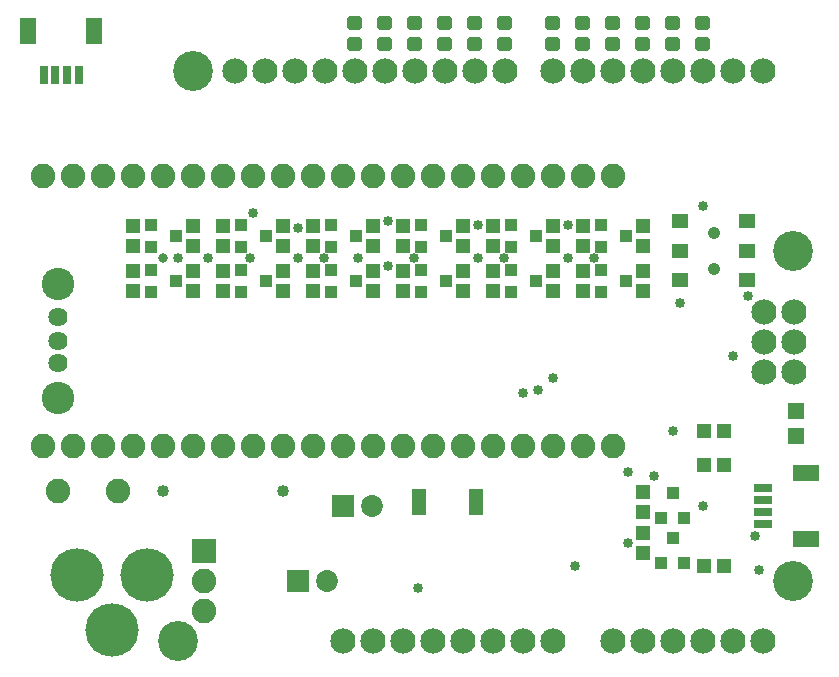
<source format=gts>
G04 EAGLE Gerber RS-274X export*
G75*
%MOMM*%
%FSLAX34Y34*%
%LPD*%
%INSoldermask Top*%
%IPPOS*%
%AMOC8*
5,1,8,0,0,1.08239X$1,22.5*%
G01*
%ADD10R,2.203200X1.403200*%
%ADD11R,1.553200X0.803200*%
%ADD12C,3.378200*%
%ADD13C,2.133600*%
%ADD14C,2.082800*%
%ADD15R,2.082800X2.082800*%
%ADD16C,4.521200*%
%ADD17C,1.854200*%
%ADD18R,1.854200X1.854200*%
%ADD19R,1.403200X1.403200*%
%ADD20C,1.016000*%
%ADD21R,1.203200X2.203200*%
%ADD22R,1.303200X1.203200*%
%ADD23C,0.505344*%
%ADD24C,1.625600*%
%ADD25C,2.743200*%
%ADD26R,1.403200X2.203200*%
%ADD27R,0.803200X1.553200*%
%ADD28R,1.203200X1.303200*%
%ADD29R,1.103200X1.003200*%
%ADD30R,1.003200X1.103200*%
%ADD31R,1.353200X1.203200*%
%ADD32C,1.053200*%
%ADD33C,0.853200*%
%ADD34C,0.803200*%


D10*
X671750Y111700D03*
X671750Y167700D03*
D11*
X635000Y124700D03*
X635000Y134700D03*
X635000Y144700D03*
X635000Y154700D03*
D12*
X152400Y508000D03*
X660400Y355600D03*
X660400Y76200D03*
X139700Y25400D03*
D13*
X279400Y25400D03*
X304800Y25400D03*
X330200Y25400D03*
X355600Y25400D03*
X381000Y25400D03*
X406400Y25400D03*
X431800Y25400D03*
X457200Y25400D03*
X508000Y25400D03*
X533400Y25400D03*
X558800Y25400D03*
X584200Y25400D03*
X609600Y25400D03*
X635000Y25400D03*
X635000Y508000D03*
X609600Y508000D03*
X584200Y508000D03*
X558800Y508000D03*
X533400Y508000D03*
X508000Y508000D03*
X482600Y508000D03*
X457200Y508000D03*
X416560Y508000D03*
X391160Y508000D03*
X365760Y508000D03*
X340360Y508000D03*
X314960Y508000D03*
X289560Y508000D03*
X264160Y508000D03*
X238760Y508000D03*
X213360Y508000D03*
X187960Y508000D03*
X636400Y304300D03*
X661800Y304300D03*
X636400Y278900D03*
X661800Y278900D03*
X636400Y253500D03*
X661800Y253500D03*
D14*
X25400Y419100D03*
X50800Y419100D03*
X76200Y419100D03*
X101600Y419100D03*
X127000Y419100D03*
X152400Y419100D03*
X177800Y419100D03*
X203200Y419100D03*
X228600Y419100D03*
X254000Y419100D03*
X279400Y419100D03*
X304800Y419100D03*
X330200Y419100D03*
X355600Y419100D03*
X381000Y419100D03*
X406400Y419100D03*
X431800Y419100D03*
X457200Y419100D03*
X482600Y419100D03*
X508000Y419100D03*
X25400Y190500D03*
X50800Y190500D03*
X76200Y190500D03*
X101600Y190500D03*
X127000Y190500D03*
X152400Y190500D03*
X177800Y190500D03*
X203200Y190500D03*
X228600Y190500D03*
X254000Y190500D03*
X279400Y190500D03*
X304800Y190500D03*
X330200Y190500D03*
X355600Y190500D03*
X381000Y190500D03*
X406400Y190500D03*
X431800Y190500D03*
X457200Y190500D03*
X482600Y190500D03*
X508000Y190500D03*
D15*
X161925Y101600D03*
D14*
X161925Y76200D03*
X161925Y50800D03*
D16*
X114140Y81280D03*
X54140Y81280D03*
X84140Y34280D03*
D17*
X304600Y139700D03*
D18*
X279600Y139700D03*
D14*
X38100Y152400D03*
X88900Y152400D03*
D19*
X663575Y199050D03*
X663575Y220050D03*
D20*
X127000Y152400D03*
X228600Y152400D03*
D21*
X344300Y142875D03*
X392300Y142875D03*
D22*
X585225Y203200D03*
X602225Y203200D03*
D23*
X587690Y534470D02*
X580710Y534470D01*
X587690Y534470D02*
X587690Y527490D01*
X580710Y527490D01*
X580710Y534470D01*
X580710Y532290D02*
X587690Y532290D01*
X587690Y552010D02*
X580710Y552010D01*
X587690Y552010D02*
X587690Y545030D01*
X580710Y545030D01*
X580710Y552010D01*
X580710Y549830D02*
X587690Y549830D01*
X562290Y534470D02*
X555310Y534470D01*
X562290Y534470D02*
X562290Y527490D01*
X555310Y527490D01*
X555310Y534470D01*
X555310Y532290D02*
X562290Y532290D01*
X562290Y552010D02*
X555310Y552010D01*
X562290Y552010D02*
X562290Y545030D01*
X555310Y545030D01*
X555310Y552010D01*
X555310Y549830D02*
X562290Y549830D01*
X536890Y534470D02*
X529910Y534470D01*
X536890Y534470D02*
X536890Y527490D01*
X529910Y527490D01*
X529910Y534470D01*
X529910Y532290D02*
X536890Y532290D01*
X536890Y552010D02*
X529910Y552010D01*
X536890Y552010D02*
X536890Y545030D01*
X529910Y545030D01*
X529910Y552010D01*
X529910Y549830D02*
X536890Y549830D01*
X511490Y534470D02*
X504510Y534470D01*
X511490Y534470D02*
X511490Y527490D01*
X504510Y527490D01*
X504510Y534470D01*
X504510Y532290D02*
X511490Y532290D01*
X511490Y552010D02*
X504510Y552010D01*
X511490Y552010D02*
X511490Y545030D01*
X504510Y545030D01*
X504510Y552010D01*
X504510Y549830D02*
X511490Y549830D01*
X486090Y534470D02*
X479110Y534470D01*
X486090Y534470D02*
X486090Y527490D01*
X479110Y527490D01*
X479110Y534470D01*
X479110Y532290D02*
X486090Y532290D01*
X486090Y552010D02*
X479110Y552010D01*
X486090Y552010D02*
X486090Y545030D01*
X479110Y545030D01*
X479110Y552010D01*
X479110Y549830D02*
X486090Y549830D01*
X460690Y534470D02*
X453710Y534470D01*
X460690Y534470D02*
X460690Y527490D01*
X453710Y527490D01*
X453710Y534470D01*
X453710Y532290D02*
X460690Y532290D01*
X460690Y552010D02*
X453710Y552010D01*
X460690Y552010D02*
X460690Y545030D01*
X453710Y545030D01*
X453710Y552010D01*
X453710Y549830D02*
X460690Y549830D01*
X420050Y534470D02*
X413070Y534470D01*
X420050Y534470D02*
X420050Y527490D01*
X413070Y527490D01*
X413070Y534470D01*
X413070Y532290D02*
X420050Y532290D01*
X420050Y552010D02*
X413070Y552010D01*
X420050Y552010D02*
X420050Y545030D01*
X413070Y545030D01*
X413070Y552010D01*
X413070Y549830D02*
X420050Y549830D01*
X394650Y534470D02*
X387670Y534470D01*
X394650Y534470D02*
X394650Y527490D01*
X387670Y527490D01*
X387670Y534470D01*
X387670Y532290D02*
X394650Y532290D01*
X394650Y552010D02*
X387670Y552010D01*
X394650Y552010D02*
X394650Y545030D01*
X387670Y545030D01*
X387670Y552010D01*
X387670Y549830D02*
X394650Y549830D01*
X369250Y534470D02*
X362270Y534470D01*
X369250Y534470D02*
X369250Y527490D01*
X362270Y527490D01*
X362270Y534470D01*
X362270Y532290D02*
X369250Y532290D01*
X369250Y552010D02*
X362270Y552010D01*
X369250Y552010D02*
X369250Y545030D01*
X362270Y545030D01*
X362270Y552010D01*
X362270Y549830D02*
X369250Y549830D01*
X343850Y534470D02*
X336870Y534470D01*
X343850Y534470D02*
X343850Y527490D01*
X336870Y527490D01*
X336870Y534470D01*
X336870Y532290D02*
X343850Y532290D01*
X343850Y552010D02*
X336870Y552010D01*
X343850Y552010D02*
X343850Y545030D01*
X336870Y545030D01*
X336870Y552010D01*
X336870Y549830D02*
X343850Y549830D01*
X318450Y534470D02*
X311470Y534470D01*
X318450Y534470D02*
X318450Y527490D01*
X311470Y527490D01*
X311470Y534470D01*
X311470Y532290D02*
X318450Y532290D01*
X318450Y552010D02*
X311470Y552010D01*
X318450Y552010D02*
X318450Y545030D01*
X311470Y545030D01*
X311470Y552010D01*
X311470Y549830D02*
X318450Y549830D01*
X293050Y534470D02*
X286070Y534470D01*
X293050Y534470D02*
X293050Y527490D01*
X286070Y527490D01*
X286070Y534470D01*
X286070Y532290D02*
X293050Y532290D01*
X293050Y552010D02*
X286070Y552010D01*
X293050Y552010D02*
X293050Y545030D01*
X286070Y545030D01*
X286070Y552010D01*
X286070Y549830D02*
X293050Y549830D01*
D17*
X266500Y76200D03*
D18*
X241500Y76200D03*
D24*
X38100Y279400D03*
D25*
X38100Y231400D03*
X38100Y327400D03*
D24*
X38100Y299400D03*
X38100Y260400D03*
D26*
X69275Y541575D03*
X13275Y541575D03*
D27*
X56275Y504825D03*
X46275Y504825D03*
X36275Y504825D03*
X26275Y504825D03*
D28*
X482600Y338700D03*
X482600Y321700D03*
X482600Y376800D03*
X482600Y359800D03*
X406400Y338700D03*
X406400Y321700D03*
X406400Y376800D03*
X406400Y359800D03*
X330200Y338700D03*
X330200Y321700D03*
X330200Y376800D03*
X330200Y359800D03*
X254000Y338700D03*
X254000Y321700D03*
X254000Y376800D03*
X254000Y359800D03*
X177800Y338700D03*
X177800Y321700D03*
X177800Y376800D03*
X177800Y359800D03*
X101600Y338700D03*
X101600Y321700D03*
X101600Y376800D03*
X101600Y359800D03*
X533400Y338700D03*
X533400Y321700D03*
X533400Y376800D03*
X533400Y359800D03*
X457200Y338700D03*
X457200Y321700D03*
X457200Y376800D03*
X457200Y359800D03*
X381000Y338700D03*
X381000Y321700D03*
X381000Y376800D03*
X381000Y359800D03*
X304800Y338700D03*
X304800Y321700D03*
X304800Y376800D03*
X304800Y359800D03*
X228600Y338700D03*
X228600Y321700D03*
X228600Y376800D03*
X228600Y359800D03*
X152400Y338700D03*
X152400Y321700D03*
X152400Y376800D03*
X152400Y359800D03*
D29*
X498000Y339700D03*
X498000Y320700D03*
X519000Y330200D03*
X498000Y377800D03*
X498000Y358800D03*
X519000Y368300D03*
X421800Y339700D03*
X421800Y320700D03*
X442800Y330200D03*
X421800Y377800D03*
X421800Y358800D03*
X442800Y368300D03*
X345600Y339700D03*
X345600Y320700D03*
X366600Y330200D03*
X345600Y377800D03*
X345600Y358800D03*
X366600Y368300D03*
X269400Y339700D03*
X269400Y320700D03*
X290400Y330200D03*
X269400Y377800D03*
X269400Y358800D03*
X290400Y368300D03*
X193200Y339700D03*
X193200Y320700D03*
X214200Y330200D03*
X193200Y377800D03*
X193200Y358800D03*
X214200Y368300D03*
X117000Y339700D03*
X117000Y320700D03*
X138000Y330200D03*
X117000Y377800D03*
X117000Y358800D03*
X138000Y368300D03*
D30*
X549300Y91600D03*
X568300Y91600D03*
X558800Y112600D03*
X549300Y129700D03*
X568300Y129700D03*
X558800Y150700D03*
D22*
X602225Y88900D03*
X585225Y88900D03*
X602225Y174625D03*
X585225Y174625D03*
D28*
X533400Y116450D03*
X533400Y99450D03*
X533400Y151375D03*
X533400Y134375D03*
D31*
X565475Y380600D03*
X565475Y355600D03*
X565475Y330600D03*
X621975Y380600D03*
X621975Y355600D03*
X621975Y330600D03*
D32*
X593725Y370600D03*
X593725Y340600D03*
D33*
X165100Y349250D03*
X263525Y349250D03*
X292100Y349250D03*
X628650Y114300D03*
X492125Y349250D03*
X415925Y349250D03*
X342900Y69850D03*
X631825Y85725D03*
X520700Y168275D03*
X558800Y203200D03*
X339725Y349250D03*
X139700Y349250D03*
X584200Y393700D03*
X469900Y349250D03*
X469900Y377825D03*
X393700Y349250D03*
X393700Y377825D03*
X317500Y342900D03*
X317500Y381000D03*
X241300Y349250D03*
X241300Y374650D03*
X201370Y349250D03*
X203200Y387350D03*
D34*
X127000Y349250D03*
D33*
X542925Y165100D03*
X520700Y107950D03*
X444500Y238125D03*
X622300Y317500D03*
X431800Y234950D03*
X565150Y311150D03*
X584200Y139700D03*
X457200Y247650D03*
X476250Y88900D03*
X609600Y266700D03*
M02*

</source>
